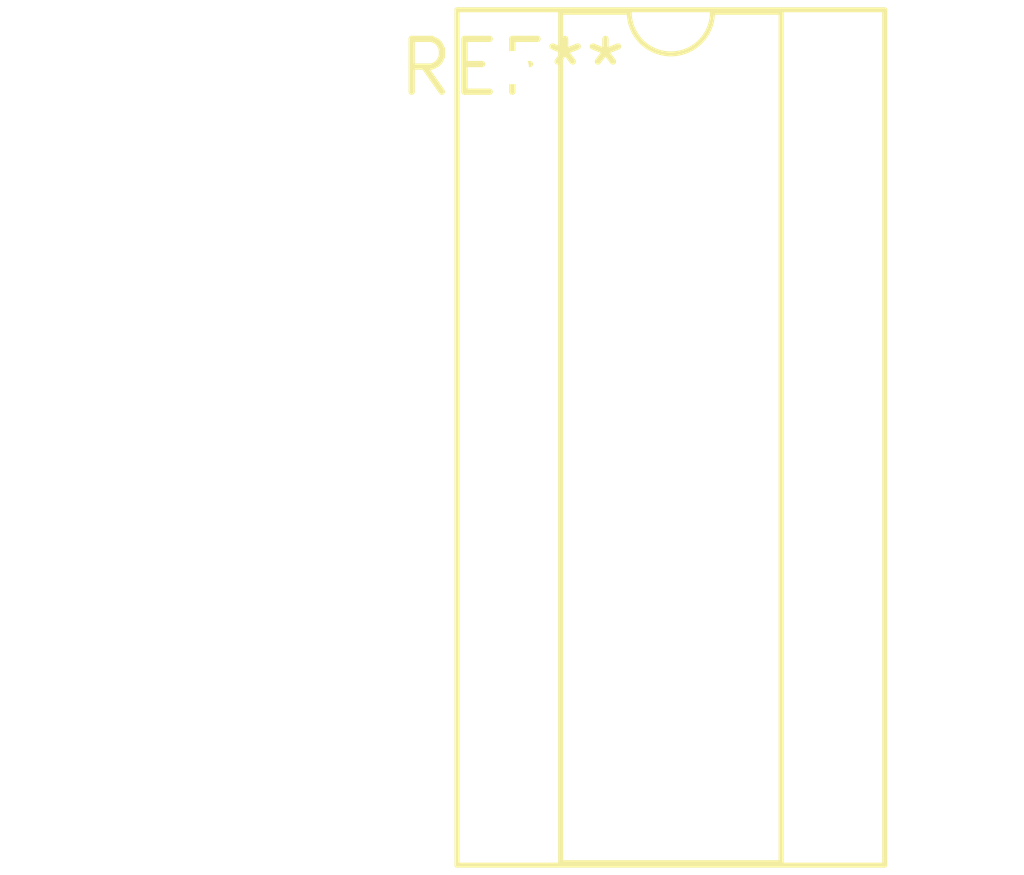
<source format=kicad_pcb>
(kicad_pcb (version 20240108) (generator pcbnew)
  (layers (0 "F.Cu" signal) (31 "B.Cu" signal) (34 "B.Paste" user) (35 "F.Paste" user) (36 "B.SilkS" user "B.Silkscreen") (37 "F.SilkS" user "F.Silkscreen") (38 "B.Mask" user) (39 "F.Mask" user) (44 "Edge.Cuts" user))
  (net 0 "")
  (footprint "DIP-16_W7.62mm_Socket" (layer "F.Cu") (at 0 0)
    (property "Reference" "REF**")
    (property "Value" "DIP-16_W7.62mm_Socket")
    (fp_line (start -1.33 -1.39) (end -1.33 19.17) (layer "F.SilkS") (stroke (width 0.12)))
    (fp_line (start -1.33 19.17) (end 8.95 19.17) (layer "F.SilkS") (stroke (width 0.12)))
    (fp_line (start 1.16 -1.33) (end 1.16 19.11) (layer "F.SilkS") (stroke (width 0.12)))
    (fp_line (start 1.16 19.11) (end 6.46 19.11) (layer "F.SilkS") (stroke (width 0.12)))
    (fp_line (start 2.81 -1.33) (end 1.16 -1.33) (layer "F.SilkS") (stroke (width 0.12)))
    (fp_line (start 6.46 -1.33) (end 4.81 -1.33) (layer "F.SilkS") (stroke (width 0.12)))
    (fp_line (start 6.46 19.11) (end 6.46 -1.33) (layer "F.SilkS") (stroke (width 0.12)))
    (fp_line (start 8.95 -1.39) (end -1.33 -1.39) (layer "F.SilkS") (stroke (width 0.12)))
    (fp_line (start 8.95 19.17) (end 8.95 -1.39) (layer "F.SilkS") (stroke (width 0.12)))
    (fp_arc (start 4.81 -1.33) (mid 3.81 -0.33) (end 2.81 -1.33) (layer "F.SilkS") (stroke (width 0.12)))
    (pad "1" thru_hole rect (at 0 0) (size 1.6 1.6) (drill 0.8) (layers *.Cu *.Mask) (remove_unused_layers))
    (pad "2" thru_hole oval (at 0 2.54) (size 1.6 1.6) (drill 0.8) (layers *.Cu *.Mask) (remove_unused_layers))
    (pad "3" thru_hole oval (at 0 5.08) (size 1.6 1.6) (drill 0.8) (layers *.Cu *.Mask) (remove_unused_layers))
    (pad "4" thru_hole oval (at 0 7.62) (size 1.6 1.6) (drill 0.8) (layers *.Cu *.Mask) (remove_unused_layers))
    (pad "5" thru_hole oval (at 0 10.16) (size 1.6 1.6) (drill 0.8) (layers *.Cu *.Mask) (remove_unused_layers))
    (pad "6" thru_hole oval (at 0 12.7) (size 1.6 1.6) (drill 0.8) (layers *.Cu *.Mask) (remove_unused_layers))
    (pad "7" thru_hole oval (at 0 15.24) (size 1.6 1.6) (drill 0.8) (layers *.Cu *.Mask) (remove_unused_layers))
    (pad "8" thru_hole oval (at 0 17.78) (size 1.6 1.6) (drill 0.8) (layers *.Cu *.Mask) (remove_unused_layers))
    (pad "9" thru_hole oval (at 7.62 17.78) (size 1.6 1.6) (drill 0.8) (layers *.Cu *.Mask) (remove_unused_layers))
    (pad "10" thru_hole oval (at 7.62 15.24) (size 1.6 1.6) (drill 0.8) (layers *.Cu *.Mask) (remove_unused_layers))
    (pad "11" thru_hole oval (at 7.62 12.7) (size 1.6 1.6) (drill 0.8) (layers *.Cu *.Mask) (remove_unused_layers))
    (pad "12" thru_hole oval (at 7.62 10.16) (size 1.6 1.6) (drill 0.8) (layers *.Cu *.Mask) (remove_unused_layers))
    (pad "13" thru_hole oval (at 7.62 7.62) (size 1.6 1.6) (drill 0.8) (layers *.Cu *.Mask) (remove_unused_layers))
    (pad "14" thru_hole oval (at 7.62 5.08) (size 1.6 1.6) (drill 0.8) (layers *.Cu *.Mask) (remove_unused_layers))
    (pad "15" thru_hole oval (at 7.62 2.54) (size 1.6 1.6) (drill 0.8) (layers *.Cu *.Mask) (remove_unused_layers))
    (pad "16" thru_hole oval (at 7.62 0) (size 1.6 1.6) (drill 0.8) (layers *.Cu *.Mask) (remove_unused_layers))
  )
)
</source>
